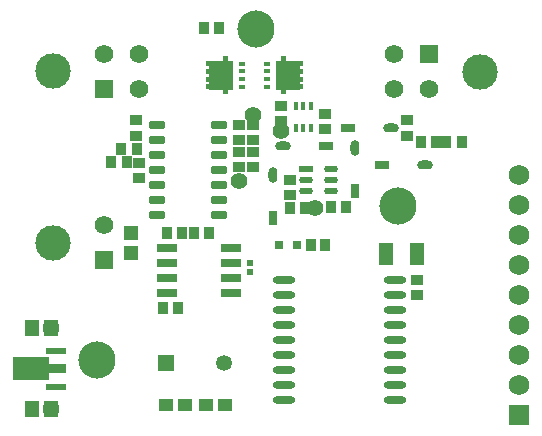
<source format=gts>
G04*
G04 #@! TF.GenerationSoftware,Altium Limited,Altium Designer,23.4.1 (23)*
G04*
G04 Layer_Color=8388736*
%FSLAX44Y44*%
%MOMM*%
G71*
G04*
G04 #@! TF.SameCoordinates,1A97636D-EE55-4475-9E38-B8671C0F235C*
G04*
G04*
G04 #@! TF.FilePolarity,Negative*
G04*
G01*
G75*
G04:AMPARAMS|DCode=21|XSize=1.3082mm|YSize=0.7621mm|CornerRadius=0.3811mm|HoleSize=0mm|Usage=FLASHONLY|Rotation=180.000|XOffset=0mm|YOffset=0mm|HoleType=Round|Shape=RoundedRectangle|*
%AMROUNDEDRECTD21*
21,1,1.3082,0.0000,0,0,180.0*
21,1,0.5461,0.7621,0,0,180.0*
1,1,0.7621,-0.2730,0.0000*
1,1,0.7621,0.2730,0.0000*
1,1,0.7621,0.2730,0.0000*
1,1,0.7621,-0.2730,0.0000*
%
%ADD21ROUNDEDRECTD21*%
%ADD22R,1.3082X0.7621*%
G04:AMPARAMS|DCode=23|XSize=1.3082mm|YSize=0.7621mm|CornerRadius=0.3811mm|HoleSize=0mm|Usage=FLASHONLY|Rotation=90.000|XOffset=0mm|YOffset=0mm|HoleType=Round|Shape=RoundedRectangle|*
%AMROUNDEDRECTD23*
21,1,1.3082,0.0000,0,0,90.0*
21,1,0.5461,0.7621,0,0,90.0*
1,1,0.7621,0.0000,0.2730*
1,1,0.7621,0.0000,-0.2730*
1,1,0.7621,0.0000,-0.2730*
1,1,0.7621,0.0000,0.2730*
%
%ADD23ROUNDEDRECTD23*%
%ADD24R,0.7621X1.3082*%
%ADD25C,1.7397*%
%ADD26R,1.7300X0.5800*%
%ADD27R,1.3046X1.4562*%
G04:AMPARAMS|DCode=29|XSize=1.2052mm|YSize=0.5298mm|CornerRadius=0.2649mm|HoleSize=0mm|Usage=FLASHONLY|Rotation=0.000|XOffset=0mm|YOffset=0mm|HoleType=Round|Shape=RoundedRectangle|*
%AMROUNDEDRECTD29*
21,1,1.2052,0.0000,0,0,0.0*
21,1,0.6754,0.5298,0,0,0.0*
1,1,0.5298,0.3377,0.0000*
1,1,0.5298,-0.3377,0.0000*
1,1,0.5298,-0.3377,0.0000*
1,1,0.5298,0.3377,0.0000*
%
%ADD29ROUNDEDRECTD29*%
%ADD30R,1.2052X0.5298*%
%ADD31C,1.7685*%
%ADD32R,0.5000X0.3500*%
%ADD34R,0.4000X0.8000*%
G04:AMPARAMS|DCode=35|XSize=1.9mm|YSize=0.6mm|CornerRadius=0.3mm|HoleSize=0mm|Usage=FLASHONLY|Rotation=0.000|XOffset=0mm|YOffset=0mm|HoleType=Round|Shape=RoundedRectangle|*
%AMROUNDEDRECTD35*
21,1,1.9000,0.0000,0,0,0.0*
21,1,1.3000,0.6000,0,0,0.0*
1,1,0.6000,0.6500,0.0000*
1,1,0.6000,-0.6500,0.0000*
1,1,0.6000,-0.6500,0.0000*
1,1,0.6000,0.6500,0.0000*
%
%ADD35ROUNDEDRECTD35*%
%ADD36R,0.5200X0.5200*%
%ADD37R,0.8000X0.8000*%
%ADD39R,1.2084X1.0121*%
%ADD40R,1.0000X0.9000*%
%ADD41R,0.8500X1.0000*%
%ADD42R,0.9000X1.0000*%
G04:AMPARAMS|DCode=43|XSize=0.7mm|YSize=1.4mm|CornerRadius=0.1245mm|HoleSize=0mm|Usage=FLASHONLY|Rotation=270.000|XOffset=0mm|YOffset=0mm|HoleType=Round|Shape=RoundedRectangle|*
%AMROUNDEDRECTD43*
21,1,0.7000,1.1510,0,0,270.0*
21,1,0.4510,1.4000,0,0,270.0*
1,1,0.2490,-0.5755,-0.2255*
1,1,0.2490,-0.5755,0.2255*
1,1,0.2490,0.5755,0.2255*
1,1,0.2490,0.5755,-0.2255*
%
%ADD43ROUNDEDRECTD43*%
%ADD44R,1.0000X0.8500*%
%ADD45R,1.7000X0.7500*%
%ADD46R,1.2000X1.3000*%
%ADD47R,1.2500X1.8500*%
%ADD48C,3.1500*%
%ADD49C,3.0000*%
%ADD50R,1.5700X1.5700*%
%ADD51C,1.5700*%
%ADD52C,1.7500*%
%ADD53R,1.7500X1.7500*%
%ADD54R,1.3500X1.3500*%
%ADD55C,1.3500*%
%ADD56C,1.4200*%
G36*
X504494Y466050D02*
X519494D01*
Y458450D01*
X504494D01*
Y452585D01*
X474194D01*
Y471915D01*
X504494D01*
Y466050D01*
D02*
G37*
G36*
X656170Y722980D02*
X660320D01*
Y698480D01*
X656170D01*
Y694680D01*
X651870D01*
Y698480D01*
X640520D01*
Y698980D01*
X637520D01*
Y702980D01*
X640520D01*
Y705480D01*
X637520D01*
Y709480D01*
X640520D01*
Y711980D01*
X637520D01*
Y715980D01*
X640520D01*
Y718480D01*
X637520D01*
Y722480D01*
X640520D01*
Y722980D01*
X651870D01*
Y726780D01*
X656170D01*
Y722980D01*
D02*
G37*
G36*
X705760D02*
X717110D01*
Y722480D01*
X720110D01*
Y718480D01*
X717110D01*
Y715980D01*
X720110D01*
Y711980D01*
X717110D01*
Y709480D01*
X720110D01*
Y705480D01*
X717110D01*
Y702980D01*
X720110D01*
Y698980D01*
X717110D01*
Y698480D01*
X705760D01*
Y694680D01*
X701460D01*
Y698480D01*
X697310D01*
Y722980D01*
X701460D01*
Y726780D01*
X705760D01*
Y722980D01*
D02*
G37*
D21*
X702500Y650750D02*
D03*
X794250Y665750D02*
D03*
X823250Y634500D02*
D03*
D22*
X739000Y650750D02*
D03*
X757750Y665750D02*
D03*
X786750Y634500D02*
D03*
D23*
X763500Y649000D02*
D03*
X694250Y626500D02*
D03*
D24*
X763500Y612500D02*
D03*
X694250Y590000D02*
D03*
D25*
X493035Y462250D02*
D03*
D26*
X510844Y477250D02*
D03*
Y447250D02*
D03*
D27*
X490227Y428000D02*
D03*
X506343D02*
D03*
X490477Y496500D02*
D03*
X506592D02*
D03*
D29*
X743505Y631750D02*
D03*
Y622250D02*
D03*
Y612750D02*
D03*
X722495D02*
D03*
Y622250D02*
D03*
D30*
Y631750D02*
D03*
D31*
X650345Y710355D02*
D03*
X707285Y711105D02*
D03*
D32*
X668020Y700980D02*
D03*
Y707480D02*
D03*
Y713980D02*
D03*
Y720480D02*
D03*
X689610D02*
D03*
Y713980D02*
D03*
Y707480D02*
D03*
Y700980D02*
D03*
D34*
X713500Y685000D02*
D03*
X720000D02*
D03*
X726500D02*
D03*
Y666000D02*
D03*
X720000D02*
D03*
X713500D02*
D03*
D35*
X797525Y537330D02*
D03*
Y524630D02*
D03*
Y511930D02*
D03*
Y499230D02*
D03*
Y486530D02*
D03*
Y473830D02*
D03*
Y461130D02*
D03*
Y448430D02*
D03*
Y435730D02*
D03*
X703525D02*
D03*
Y448430D02*
D03*
Y461130D02*
D03*
Y473830D02*
D03*
Y486530D02*
D03*
Y499230D02*
D03*
Y511930D02*
D03*
Y524630D02*
D03*
Y537330D02*
D03*
D36*
X675250Y544000D02*
D03*
Y552000D02*
D03*
D37*
X714500Y566750D02*
D03*
X699500D02*
D03*
D39*
X653418Y431515D02*
D03*
X637380D02*
D03*
X603962D02*
D03*
X619999D02*
D03*
D40*
X807661Y672750D02*
D03*
Y659750D02*
D03*
X581250Y636750D02*
D03*
Y623750D02*
D03*
X665566Y656000D02*
D03*
Y669000D02*
D03*
Y633000D02*
D03*
Y646000D02*
D03*
X677566Y633000D02*
D03*
Y646000D02*
D03*
X578000Y672750D02*
D03*
Y659750D02*
D03*
X708500Y622000D02*
D03*
Y609000D02*
D03*
X701000Y684750D02*
D03*
Y671750D02*
D03*
X816500Y537500D02*
D03*
Y524500D02*
D03*
D41*
X648750Y750500D02*
D03*
X636250D02*
D03*
X726250Y566750D02*
D03*
X738750D02*
D03*
D42*
X756500Y599000D02*
D03*
X743500D02*
D03*
X617500Y577000D02*
D03*
X604500D02*
D03*
X579000Y648750D02*
D03*
X566000D02*
D03*
X627500Y577000D02*
D03*
X640500D02*
D03*
X557500Y637000D02*
D03*
X570500D02*
D03*
X721500Y598000D02*
D03*
X708500D02*
D03*
X841250Y654500D02*
D03*
X854250D02*
D03*
X614000Y513500D02*
D03*
X601000D02*
D03*
X819500Y654500D02*
D03*
X832500D02*
D03*
D43*
X648500Y592150D02*
D03*
Y604850D02*
D03*
Y617550D02*
D03*
Y630250D02*
D03*
Y642950D02*
D03*
Y655650D02*
D03*
Y668350D02*
D03*
X596000Y592150D02*
D03*
Y604850D02*
D03*
Y617550D02*
D03*
Y630250D02*
D03*
Y642950D02*
D03*
Y655650D02*
D03*
Y668350D02*
D03*
D44*
X677566Y656250D02*
D03*
Y668750D02*
D03*
X738750Y678000D02*
D03*
Y665500D02*
D03*
D45*
X658750Y526700D02*
D03*
Y539400D02*
D03*
Y552100D02*
D03*
Y564800D02*
D03*
X604750Y526700D02*
D03*
Y539400D02*
D03*
Y552100D02*
D03*
Y564800D02*
D03*
D46*
X574040Y577460D02*
D03*
Y560460D02*
D03*
D47*
X790250Y559750D02*
D03*
X816250D02*
D03*
D48*
X800000Y600000D02*
D03*
X545000Y470000D02*
D03*
X680000Y750000D02*
D03*
D49*
X869690Y713740D02*
D03*
X508000Y713980D02*
D03*
Y568960D02*
D03*
D50*
X826490Y728740D02*
D03*
X551200Y698980D02*
D03*
X551200Y553960D02*
D03*
D51*
X826490Y698740D02*
D03*
X796490Y728740D02*
D03*
Y698740D02*
D03*
X581200Y728980D02*
D03*
Y698980D02*
D03*
X551200Y728980D02*
D03*
X551200Y583960D02*
D03*
D52*
X902970Y549910D02*
D03*
Y499110D02*
D03*
Y448310D02*
D03*
Y473710D02*
D03*
Y524510D02*
D03*
Y575310D02*
D03*
Y600710D02*
D03*
Y626110D02*
D03*
D53*
Y422910D02*
D03*
D54*
X604090Y467075D02*
D03*
D55*
X652890D02*
D03*
D56*
X677566Y677000D02*
D03*
X701250Y664000D02*
D03*
X506592Y496500D02*
D03*
X506343Y428000D02*
D03*
X730000Y598000D02*
D03*
X666000Y621000D02*
D03*
X650345Y710355D02*
D03*
M02*

</source>
